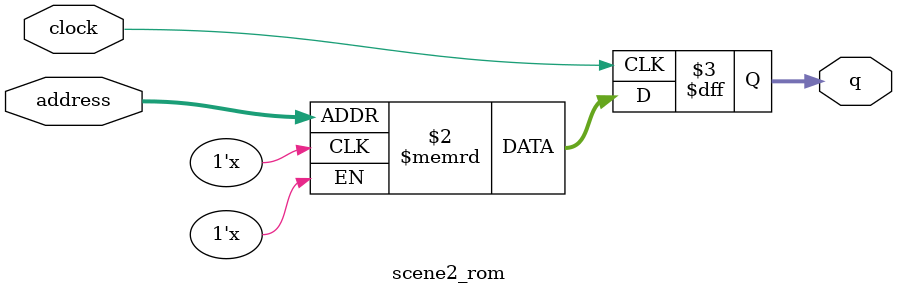
<source format=sv>
module scene2_rom (
	input logic clock,
	input logic [17:0] address,
	output logic [3:0] q
);

logic [3:0] memory [0:154799] /* synthesis ram_init_file = "./scene2/scene2.COE" */;

always_ff @ (posedge clock) begin
	q <= memory[address];
end

endmodule

</source>
